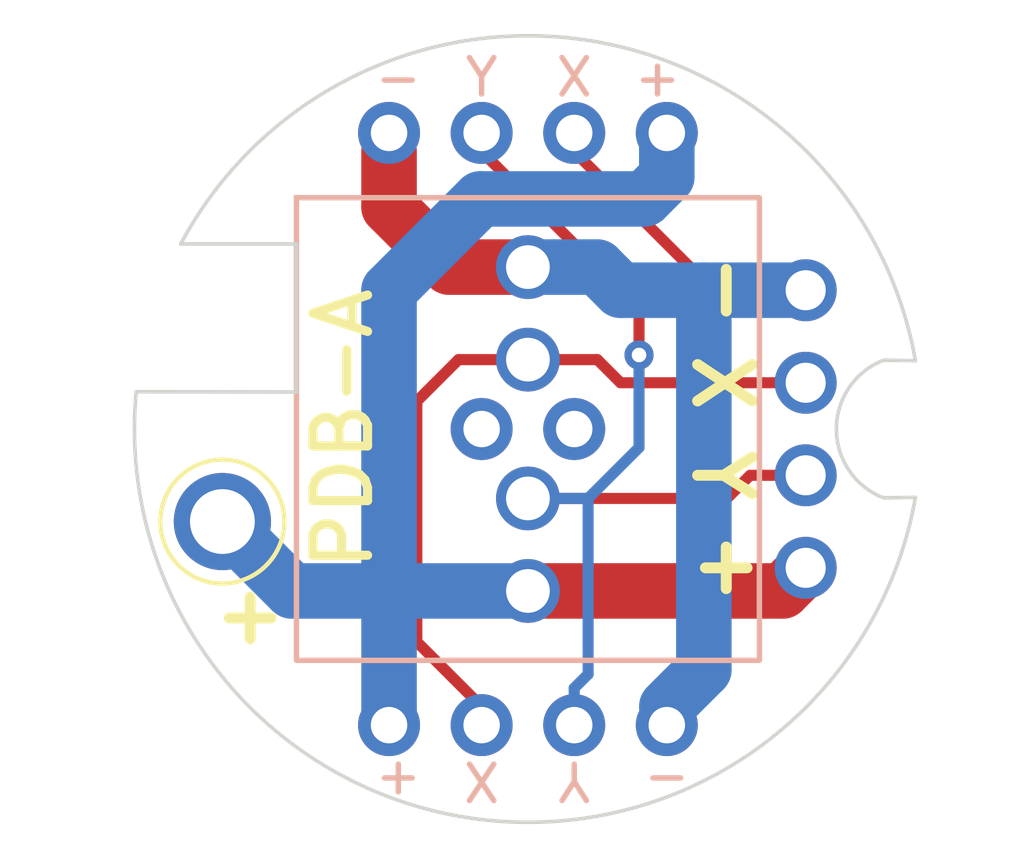
<source format=kicad_pcb>
(kicad_pcb (version 20211014) (generator pcbnew)
  (layers (0 "F.Cu" signal) (31 "B.Cu" signal) (34 "B.Paste" user) (35 "F.Paste" user) (36 "B.SilkS" user "B.Silkscreen") (37 "F.SilkS" user "F.Silkscreen") (38 "B.Mask" user) (39 "F.Mask" user) (44 "Edge.Cuts" user))
  (net 0 "")
  (net 1 "/GND")
  (net 2 "/VCC")
  (net 3 "Net-(J3-Pad2)")
  (net 4 "Net-(J3-Pad3)")
  (footprint "shurik-personal:connector-1p-generic-1.2mm-nosilk" (layer "F.Cu") (at 127 131.445)
    (fp_text reference "J8" hide)
    (fp_text value "Conn_01x01")
    (pad "1" thru_hole circle (at 0 0) (size 1.75 1.75) (drill 1.2) (layers *.Cu *.Mask) (net 2 "/VCC"))
  )
  (footprint "shurik-personal:connector-1p-generic-1.2mm-nosilk" (layer "F.Cu") (at 127 122.555)
    (fp_text reference "J2" hide)
    (fp_text value "Conn_01x01")
    (pad "1" thru_hole circle (at 0 0) (size 1.75 1.75) (drill 1.2) (layers *.Cu *.Mask) (net 1 "/GND"))
  )
  (footprint "TestPoint:TestPoint_Plated_Hole_D2.0mm" (layer "F.Cu") (at 118.618 129.54)
    (fp_text reference "J1" hide)
    (fp_text value "Wire solder pad")
    (fp_circle (center 0 0) (end 0 -1.7) (layer "F.SilkS") (width 0.12) (fill none))
    (pad "1" thru_hole circle (at 0 0) (size 2.667 2.667) (drill 1.778) (layers *.Cu *.Mask) (net 2 "/VCC"))
  )
  (footprint "shurik-personal:connector-1p-generic-1.2mm-nosilk" (layer "F.Cu") (at 127 128.905)
    (fp_text reference "J7" hide)
    (fp_text value "Conn_01x01")
    (pad "1" thru_hole circle (at 0 0) (size 1.75 1.75) (drill 1.2) (layers *.Cu *.Mask) (net 4 "Net-(J3-Pad3)"))
  )
  (footprint "Shurik:connector-4p-generic-nosilk" (layer "F.Cu") (at 134.62 123.19)
    (fp_text reference "J3" hide)
    (fp_text value "Controller conn")
    (pad "1" thru_hole circle (at 0 0) (size 1.7 1.7) (drill 1.1) (layers *.Cu *.Mask) (net 1 "/GND"))
    (pad "2" thru_hole oval (at 0 2.54) (size 1.7 1.7) (drill 1.1) (layers *.Cu *.Mask) (net 3 "Net-(J3-Pad2)"))
    (pad "3" thru_hole oval (at 0 5.08) (size 1.7 1.7) (drill 1.1) (layers *.Cu *.Mask) (net 4 "Net-(J3-Pad3)"))
    (pad "4" thru_hole oval (at 0 7.62) (size 1.7 1.7) (drill 1.1) (layers *.Cu *.Mask) (net 2 "/VCC"))
  )
  (footprint "Shurik:connector-4p-generic-nosilk" (layer "F.Cu") (at 123.19 135.128 90)
    (fp_text reference "J5" hide)
    (fp_text value "LED conn")
    (pad "1" thru_hole circle (at 0 0 90) (size 1.7 1.7) (drill 1) (layers *.Cu *.Mask) (net 2 "/VCC"))
    (pad "2" thru_hole oval (at 0 2.54 90) (size 1.7 1.7) (drill 1) (layers *.Cu *.Mask) (net 3 "Net-(J3-Pad2)"))
    (pad "3" thru_hole oval (at 0 5.08 90) (size 1.7 1.7) (drill 1) (layers *.Cu *.Mask) (net 4 "Net-(J3-Pad3)"))
    (pad "4" thru_hole oval (at 0 7.62 90) (size 1.7 1.7) (drill 1) (layers *.Cu *.Mask) (net 1 "/GND"))
  )
  (footprint "shurik-personal:connector-2p-generic-nosilk" (layer "F.Cu") (at 125.73 127 90)
    (fp_text reference "REF**" hide)
    (fp_text value "connector-2p-generic-nosilk")
    (pad "1" thru_hole circle (at 0 0 90) (size 1.7 1.7) (drill 1) (layers *.Cu *.Mask))
    (pad "2" thru_hole oval (at 0 2.54 90) (size 1.7 1.7) (drill 1) (layers *.Cu *.Mask))
  )
  (footprint "shurik-personal:connector-1p-generic-1.2mm-nosilk" (layer "F.Cu") (at 127 125.095)
    (fp_text reference "J6" hide)
    (fp_text value "Conn_01x01")
    (pad "1" thru_hole circle (at 0 0) (size 1.75 1.75) (drill 1.2) (layers *.Cu *.Mask) (net 3 "Net-(J3-Pad2)"))
  )
  (footprint "Shurik:connector-4p-generic-nosilk" (layer "F.Cu") (at 130.81 118.872 -90)
    (fp_text reference "J4" hide)
    (fp_text value "LED conn")
    (pad "1" thru_hole circle (at 0 0 270) (size 1.7 1.7) (drill 1) (layers *.Cu *.Mask) (net 2 "/VCC"))
    (pad "2" thru_hole oval (at 0 2.54 270) (size 1.7 1.7) (drill 1) (layers *.Cu *.Mask) (net 3 "Net-(J3-Pad2)"))
    (pad "3" thru_hole oval (at 0 5.08 270) (size 1.7 1.7) (drill 1) (layers *.Cu *.Mask) (net 4 "Net-(J3-Pad3)"))
    (pad "4" thru_hole oval (at 0 7.62 270) (size 1.7 1.7) (drill 1) (layers *.Cu *.Mask) (net 1 "/GND"))
  )
  (gr_rect (start 120.65 120.65) (end 133.35 133.35) (layer "B.SilkS") (width 0.15) (fill none))
  (gr_line (start 137.63074 125.123987) (end 136.76037 125.109493) (layer "Edge.Cuts") (width 0.1))
  (gr_line (start 120.65 121.92) (end 117.475 121.92) (layer "Edge.Cuts") (width 0.1))
  (gr_arc (start 136.76037 128.890494) (mid 135.462276 126.999993) (end 136.76037 125.109493) (layer "Edge.Cuts") (width 0.1))
  (gr_arc (start 137.630741 128.875988) (mid 133.938498 135.27013) (end 127 137.795) (layer "Edge.Cuts") (width 0.1))
  (gr_line (start 137.630741 128.875988) (end 136.76037 128.890494) (layer "Edge.Cuts") (width 0.1))
  (gr_line (start 120.65 121.92) (end 120.65 125.984) (layer "Edge.Cuts") (width 0.1))
  (gr_arc (start 127 137.795) (mid 119.013129 134.262356) (end 116.253626 125.976536) (layer "Edge.Cuts") (width 0.1))
  (gr_line (start 120.65 125.984) (end 116.253626 125.976536) (layer "Edge.Cuts") (width 0.1))
  (gr_arc (start 127 116.205) (mid 133.93832 118.730063) (end 137.63074 125.123987) (layer "Edge.Cuts") (width 0.1))
  (gr_arc (start 117.475 121.92) (mid 121.446017 117.743361) (end 127 116.205) (layer "Edge.Cuts") (width 0.1))
  (gr_text "Y" (at 125.73 117.348) (layer "B.SilkS") (effects (font (size 1 1)) (justify mirror)))
  (gr_text "+" (at 123.444 136.652 180) (layer "B.SilkS") (effects (font (size 1 1)) (justify mirror)))
  (gr_text "+" (at 130.556 117.348) (layer "B.SilkS") (effects (font (size 1 1)) (justify mirror)))
  (gr_text "-" (at 123.444 117.348) (layer "B.SilkS") (effects (font (size 1 1)) (justify mirror)))
  (gr_text "X" (at 128.27 117.348) (layer "B.SilkS") (effects (font (size 1 1)) (justify mirror)))
  (gr_text "Y" (at 128.27 136.652 180) (layer "B.SilkS") (effects (font (size 1 1)) (justify mirror)))
  (gr_text "-" (at 130.81 136.652 180) (layer "B.SilkS") (effects (font (size 1 1)) (justify mirror)))
  (gr_text "X" (at 125.73 136.652 180) (layer "B.SilkS") (effects (font (size 1 1)) (justify mirror)))
  (gr_text "X" (at 132.334 125.73 270) (layer "F.SilkS") (effects (font (size 1.5 1.5) (thickness 0.3)) (justify mirror)))
  (gr_text "Y" (at 132.334 128.27 270) (layer "F.SilkS") (effects (font (size 1.5 1.5) (thickness 0.3)) (justify mirror)))
  (gr_text "PDB-A" (at 121.92 127 90) (layer "F.SilkS") (effects (font (size 1.5 1.5) (thickness 0.25))))
  (gr_text "+" (at 119.38 132.08) (layer "F.SilkS") (effects (font (size 1.5 1.5) (thickness 0.3)) (justify mirror)))
  (gr_text "-" (at 132.334 123.19 90) (layer "F.SilkS") (effects (font (size 1.5 1.5) (thickness 0.3)) (justify mirror)))
  (gr_text "+" (at 132.334 130.81 90) (layer "F.SilkS") (effects (font (size 1.5 1.5) (thickness 0.3)) (justify mirror)))
  (segment (start 123.19 120.904) (end 124.841 122.555) (width 1.524) (layer "F.Cu") (net 1))
  (segment (start 123.19 119.38) (end 123.19 120.904) (width 1.524) (layer "F.Cu") (net 1))
  (segment (start 124.841 122.555) (end 127 122.555) (width 1.524) (layer "F.Cu") (net 1))
  (segment (start 130.81 134.62) (end 131.826 133.604) (width 1.524) (layer "B.Cu") (net 1))
  (segment (start 128.905 122.555) (end 129.54 123.19) (width 1.524) (layer "B.Cu") (net 1))
  (segment (start 129.54 123.19) (end 134.62 123.19) (width 1.524) (layer "B.Cu") (net 1))
  (segment (start 127 122.555) (end 128.905 122.555) (width 1.524) (layer "B.Cu") (net 1))
  (segment (start 131.826 133.604) (end 131.826 123.19) (width 1.524) (layer "B.Cu") (net 1))
  (segment (start 133.985 131.445) (end 134.62 130.81) (width 1.524) (layer "F.Cu") (net 2))
  (segment (start 127 131.445) (end 133.985 131.445) (width 1.524) (layer "F.Cu") (net 2))
  (segment (start 123.19 123.19) (end 123.19 131.826) (width 1.524) (layer "B.Cu") (net 2))
  (segment (start 130.20057 120.683511) (end 125.696489 120.683511) (width 1.524) (layer "B.Cu") (net 2))
  (segment (start 122.809 131.445) (end 127 131.445) (width 1.524) (layer "B.Cu") (net 2))
  (segment (start 123.19 135.128) (end 123.19 131.826) (width 1.524) (layer "B.Cu") (net 2))
  (segment (start 130.81 118.872) (end 130.81 120.074081) (width 1.524) (layer "B.Cu") (net 2))
  (segment (start 123.19 131.826) (end 122.809 131.445) (width 1.524) (layer "B.Cu") (net 2))
  (segment (start 120.523 131.445) (end 122.809 131.445) (width 1.524) (layer "B.Cu") (net 2))
  (segment (start 118.618 129.54) (end 120.523 131.445) (width 1.524) (layer "B.Cu") (net 2))
  (segment (start 130.81 120.074081) (end 130.20057 120.683511) (width 1.524) (layer "B.Cu") (net 2))
  (segment (start 125.696489 120.683511) (end 123.19 123.19) (width 1.524) (layer "B.Cu") (net 2))
  (segment (start 131.826 125.73) (end 134.62 125.73) (width 0.3048) (layer "F.Cu") (net 3))
  (segment (start 125.095 125.095) (end 123.952 126.238) (width 0.3048) (layer "F.Cu") (net 3))
  (segment (start 127 125.095) (end 125.095 125.095) (width 0.3048) (layer "F.Cu") (net 3))
  (segment (start 123.952 126.238) (end 123.952 132.842) (width 0.3048) (layer "F.Cu") (net 3))
  (segment (start 127 125.095) (end 128.905 125.095) (width 0.3048) (layer "F.Cu") (net 3))
  (segment (start 128.905 125.095) (end 129.54 125.73) (width 0.3048) (layer "F.Cu") (net 3))
  (segment (start 129.54 125.73) (end 131.826 125.73) (width 0.3048) (layer "F.Cu") (net 3))
  (segment (start 128.27 119.38) (end 131.826 122.936) (width 0.3048) (layer "F.Cu") (net 3))
  (segment (start 123.952 132.842) (end 125.73 134.62) (width 0.3048) (layer "F.Cu") (net 3))
  (segment (start 131.826 122.936) (end 131.826 125.73) (width 0.3048) (layer "F.Cu") (net 3))
  (segment (start 133.096 128.27) (end 132.461 128.905) (width 0.3048) (layer "F.Cu") (net 4))
  (segment (start 130.048 123.698) (end 125.73 119.38) (width 0.3048) (layer "F.Cu") (net 4))
  (segment (start 134.62 128.27) (end 133.096 128.27) (width 0.3048) (layer "F.Cu") (net 4))
  (segment (start 132.461 128.905) (end 127 128.905) (width 0.3048) (layer "F.Cu") (net 4))
  (segment (start 130.048 124.968) (end 130.048 123.698) (width 0.3048) (layer "F.Cu") (net 4))
  (via (at 130.048 124.968) (size 0.8) (drill 0.4) (layers "F.Cu" "B.Cu") (net 4))
  (segment (start 128.27 135.128) (end 128.27 134.112) (width 0.3048) (layer "B.Cu") (net 4))
  (segment (start 130.048 127.508) (end 128.651 128.905) (width 0.3048) (layer "B.Cu") (net 4))
  (segment (start 128.651 133.731) (end 128.651 128.905) (width 0.3048) (layer "B.Cu") (net 4))
  (segment (start 128.27 134.112) (end 128.651 133.731) (width 0.3048) (layer "B.Cu") (net 4))
  (segment (start 128.651 128.905) (end 127 128.905) (width 0.3048) (layer "B.Cu") (net 4))
  (segment (start 130.048 124.968) (end 130.048 127.508) (width 0.3048) (layer "B.Cu") (net 4))
)
</source>
